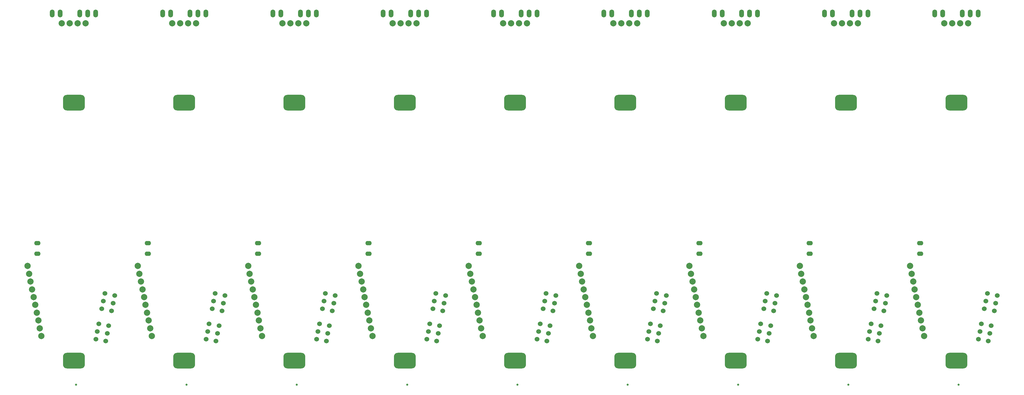
<source format=gbr>
G04 Layer_Color=255*
%FSLAX25Y25*%
%MOIN*%
%TF.FileFunction,Pads,Bot*%
%TF.Part,CustomerPanel*%
G01*
G75*
%TA.AperFunction,ComponentPad*%
%ADD68C,0.07874*%
%TA.AperFunction,ViaPad*%
%ADD69C,0.07874*%
%TA.AperFunction,ComponentPad*%
%ADD70C,0.02500*%
%ADD71O,0.06000X0.09937*%
%ADD72C,0.06000*%
%ADD73O,0.07874X0.05512*%
%TA.AperFunction,SMDPad,CuDef*%
G04:AMPARAMS|DCode=80|XSize=275.59mil|YSize=196.85mil|CornerRadius=49.21mil|HoleSize=0mil|Usage=FLASHONLY|Rotation=180.000|XOffset=0mil|YOffset=0mil|HoleType=Round|Shape=RoundedRectangle|*
%AMROUNDEDRECTD80*
21,1,0.27559,0.09842,0,0,180.0*
21,1,0.17716,0.19685,0,0,180.0*
1,1,0.09842,-0.08858,0.04921*
1,1,0.09842,0.08858,0.04921*
1,1,0.09842,0.08858,-0.04921*
1,1,0.09842,-0.08858,-0.04921*
%
%ADD80ROUNDEDRECTD80*%
D68*
X50362Y599081D02*
D03*
X60362D02*
D03*
X70362D02*
D03*
X80362D02*
D03*
X189160D02*
D03*
X199160D02*
D03*
X209160D02*
D03*
X219160D02*
D03*
X327959D02*
D03*
X337959D02*
D03*
X347959D02*
D03*
X357959D02*
D03*
X466757D02*
D03*
X476757D02*
D03*
X486757D02*
D03*
X496757D02*
D03*
X605555D02*
D03*
X615555D02*
D03*
X625555D02*
D03*
X635555D02*
D03*
X744353D02*
D03*
X754354D02*
D03*
X764354D02*
D03*
X774354D02*
D03*
X883152D02*
D03*
X893152D02*
D03*
X903152D02*
D03*
X913152D02*
D03*
X1021950D02*
D03*
X1031950D02*
D03*
X1041950D02*
D03*
X1051950D02*
D03*
X1160748D02*
D03*
X1170748D02*
D03*
X1180748D02*
D03*
X1190748D02*
D03*
D69*
X18893Y234614D02*
D03*
X7239Y293471D02*
D03*
X9181Y283662D02*
D03*
X11123Y273852D02*
D03*
X13066Y264042D02*
D03*
X15008Y254233D02*
D03*
X16950Y244423D02*
D03*
X20835Y224804D02*
D03*
X24762Y205175D02*
D03*
X22762Y214976D02*
D03*
X157691Y234614D02*
D03*
X146037Y293471D02*
D03*
X147979Y283662D02*
D03*
X149922Y273852D02*
D03*
X151864Y264042D02*
D03*
X153806Y254233D02*
D03*
X155749Y244423D02*
D03*
X159633Y224804D02*
D03*
X163560Y205175D02*
D03*
X161560Y214976D02*
D03*
X296489Y234614D02*
D03*
X284835Y293471D02*
D03*
X286778Y283662D02*
D03*
X288720Y273852D02*
D03*
X290662Y264042D02*
D03*
X292605Y254233D02*
D03*
X294547Y244423D02*
D03*
X298432Y224804D02*
D03*
X302359Y205175D02*
D03*
X300359Y214976D02*
D03*
X435288Y234614D02*
D03*
X423633Y293471D02*
D03*
X425576Y283662D02*
D03*
X427518Y273852D02*
D03*
X429461Y264042D02*
D03*
X431403Y254233D02*
D03*
X433345Y244423D02*
D03*
X437230Y224804D02*
D03*
X441157Y205175D02*
D03*
X439157Y214976D02*
D03*
X574086Y234614D02*
D03*
X562432Y293471D02*
D03*
X564374Y283662D02*
D03*
X566317Y273852D02*
D03*
X568259Y264042D02*
D03*
X570201Y254233D02*
D03*
X572144Y244423D02*
D03*
X576028Y224804D02*
D03*
X579955Y205175D02*
D03*
X577955Y214976D02*
D03*
X712884Y234614D02*
D03*
X701230Y293471D02*
D03*
X703172Y283662D02*
D03*
X705115Y273852D02*
D03*
X707057Y264042D02*
D03*
X708999Y254233D02*
D03*
X710942Y244423D02*
D03*
X714826Y224804D02*
D03*
X718753Y205175D02*
D03*
X716753Y214976D02*
D03*
X851682Y234614D02*
D03*
X840028Y293471D02*
D03*
X841971Y283662D02*
D03*
X843913Y273852D02*
D03*
X845855Y264042D02*
D03*
X847798Y254233D02*
D03*
X849740Y244423D02*
D03*
X853625Y224804D02*
D03*
X857552Y205175D02*
D03*
X855552Y214976D02*
D03*
X990481Y234614D02*
D03*
X978827Y293471D02*
D03*
X980769Y283662D02*
D03*
X982711Y273852D02*
D03*
X984654Y264042D02*
D03*
X986596Y254233D02*
D03*
X988538Y244423D02*
D03*
X992423Y224804D02*
D03*
X996350Y205175D02*
D03*
X994350Y214976D02*
D03*
X1129279Y234614D02*
D03*
X1117625Y293471D02*
D03*
X1119567Y283662D02*
D03*
X1121510Y273852D02*
D03*
X1123452Y264042D02*
D03*
X1125394Y254233D02*
D03*
X1127337Y244423D02*
D03*
X1131221Y224804D02*
D03*
X1135148Y205175D02*
D03*
X1133148Y214976D02*
D03*
D70*
X68400Y144009D02*
D03*
X207199D02*
D03*
X345997D02*
D03*
X484795D02*
D03*
X623593D02*
D03*
X762392D02*
D03*
X901190D02*
D03*
X1039988D02*
D03*
X1178786D02*
D03*
D71*
X82962Y611738D02*
D03*
X92962D02*
D03*
X72962D02*
D03*
X38362D02*
D03*
X48362D02*
D03*
X221760D02*
D03*
X231760D02*
D03*
X211760D02*
D03*
X177160D02*
D03*
X187160D02*
D03*
X360559D02*
D03*
X370559D02*
D03*
X350559D02*
D03*
X315959D02*
D03*
X325959D02*
D03*
X499357D02*
D03*
X509357D02*
D03*
X489357D02*
D03*
X454757D02*
D03*
X464757D02*
D03*
X638155D02*
D03*
X648155D02*
D03*
X628155D02*
D03*
X593555D02*
D03*
X603555D02*
D03*
X776954D02*
D03*
X786953D02*
D03*
X766954D02*
D03*
X732353D02*
D03*
X742353D02*
D03*
X915752D02*
D03*
X925752D02*
D03*
X905752D02*
D03*
X871152D02*
D03*
X881152D02*
D03*
X1054550D02*
D03*
X1064550D02*
D03*
X1044550D02*
D03*
X1009950D02*
D03*
X1019950D02*
D03*
X1193348D02*
D03*
X1203348D02*
D03*
X1183348D02*
D03*
X1148748D02*
D03*
X1158748D02*
D03*
D72*
X95095Y210979D02*
D03*
X93217Y201318D02*
D03*
X105584Y198914D02*
D03*
X107462Y208576D02*
D03*
X109340Y218237D02*
D03*
X96973Y220641D02*
D03*
X114984Y246714D02*
D03*
X116862Y256376D02*
D03*
X104495Y258779D02*
D03*
X102617Y249118D02*
D03*
X100739Y239456D02*
D03*
X113106Y237052D02*
D03*
X233893Y210979D02*
D03*
X232015Y201318D02*
D03*
X244382Y198914D02*
D03*
X246260Y208576D02*
D03*
X248138Y218237D02*
D03*
X235771Y220641D02*
D03*
X253782Y246714D02*
D03*
X255660Y256376D02*
D03*
X243293Y258779D02*
D03*
X241415Y249118D02*
D03*
X239537Y239456D02*
D03*
X251904Y237052D02*
D03*
X372692Y210979D02*
D03*
X370814Y201318D02*
D03*
X383181Y198914D02*
D03*
X385059Y208576D02*
D03*
X386937Y218237D02*
D03*
X374570Y220641D02*
D03*
X392581Y246714D02*
D03*
X394459Y256376D02*
D03*
X382092Y258779D02*
D03*
X380214Y249118D02*
D03*
X378336Y239456D02*
D03*
X390703Y237052D02*
D03*
X511490Y210979D02*
D03*
X509612Y201318D02*
D03*
X521979Y198914D02*
D03*
X523857Y208576D02*
D03*
X525735Y218237D02*
D03*
X513368Y220641D02*
D03*
X531379Y246714D02*
D03*
X533257Y256376D02*
D03*
X520890Y258779D02*
D03*
X519012Y249118D02*
D03*
X517134Y239456D02*
D03*
X529501Y237052D02*
D03*
X650288Y210979D02*
D03*
X648410Y201318D02*
D03*
X660777Y198914D02*
D03*
X662655Y208576D02*
D03*
X664533Y218237D02*
D03*
X652166Y220641D02*
D03*
X670177Y246714D02*
D03*
X672055Y256376D02*
D03*
X659688Y258779D02*
D03*
X657810Y249118D02*
D03*
X655932Y239456D02*
D03*
X668299Y237052D02*
D03*
X789087Y210979D02*
D03*
X787209Y201318D02*
D03*
X799576Y198914D02*
D03*
X801453Y208576D02*
D03*
X803332Y218237D02*
D03*
X790965Y220641D02*
D03*
X808976Y246714D02*
D03*
X810853Y256376D02*
D03*
X798487Y258779D02*
D03*
X796608Y249118D02*
D03*
X794731Y239456D02*
D03*
X807098Y237052D02*
D03*
X927885Y210979D02*
D03*
X926007Y201318D02*
D03*
X938374Y198914D02*
D03*
X940252Y208576D02*
D03*
X942130Y218237D02*
D03*
X929763Y220641D02*
D03*
X947774Y246714D02*
D03*
X949652Y256376D02*
D03*
X937285Y258779D02*
D03*
X935407Y249118D02*
D03*
X933529Y239456D02*
D03*
X945896Y237052D02*
D03*
X1066683Y210979D02*
D03*
X1064805Y201318D02*
D03*
X1077172Y198914D02*
D03*
X1079050Y208576D02*
D03*
X1080928Y218237D02*
D03*
X1068561Y220641D02*
D03*
X1086572Y246714D02*
D03*
X1088450Y256376D02*
D03*
X1076083Y258779D02*
D03*
X1074205Y249118D02*
D03*
X1072327Y239456D02*
D03*
X1084694Y237052D02*
D03*
X1205481Y210979D02*
D03*
X1203603Y201318D02*
D03*
X1215970Y198914D02*
D03*
X1217848Y208576D02*
D03*
X1219726Y218237D02*
D03*
X1207359Y220641D02*
D03*
X1225370Y246714D02*
D03*
X1227248Y256376D02*
D03*
X1214881Y258779D02*
D03*
X1213003Y249118D02*
D03*
X1211125Y239456D02*
D03*
X1223492Y237052D02*
D03*
D73*
X19762Y322167D02*
D03*
Y308781D02*
D03*
X158560Y322167D02*
D03*
Y308781D02*
D03*
X297359Y322167D02*
D03*
Y308781D02*
D03*
X436157Y322167D02*
D03*
Y308781D02*
D03*
X574955Y322167D02*
D03*
Y308781D02*
D03*
X713754Y322167D02*
D03*
Y308781D02*
D03*
X852552Y322167D02*
D03*
Y308781D02*
D03*
X991350Y322167D02*
D03*
Y308781D02*
D03*
X1130148Y322167D02*
D03*
Y308781D02*
D03*
D80*
X65462Y174320D02*
D03*
Y499123D02*
D03*
X204260Y174320D02*
D03*
Y499123D02*
D03*
X343059Y174320D02*
D03*
Y499123D02*
D03*
X481857Y174320D02*
D03*
Y499123D02*
D03*
X620655Y174320D02*
D03*
Y499123D02*
D03*
X759453Y174320D02*
D03*
Y499123D02*
D03*
X898252Y174320D02*
D03*
Y499123D02*
D03*
X1037050Y174320D02*
D03*
Y499123D02*
D03*
X1175848Y174320D02*
D03*
Y499123D02*
D03*
%TF.MD5,2ada7cbf64f5a4e3eaf8312147f8d328*%
M02*

</source>
